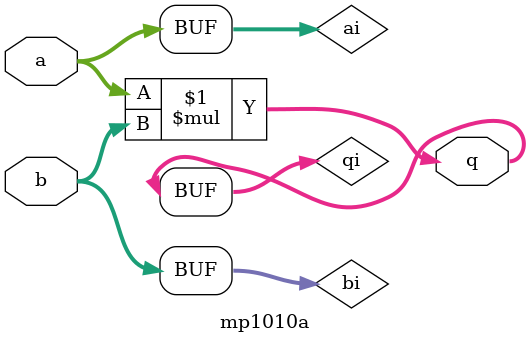
<source format=v>

module mp1010a
(
	output	[19:0]	q,
	input		[9:0]		a,
	input		[9:0]		b
);

wire signed [9:0] ai;
wire signed [9:0] bi;
wire signed [19:0] qi;

assign ai = a;
assign bi = b;

assign qi = ai * bi;

assign q = qi;

endmodule


</source>
